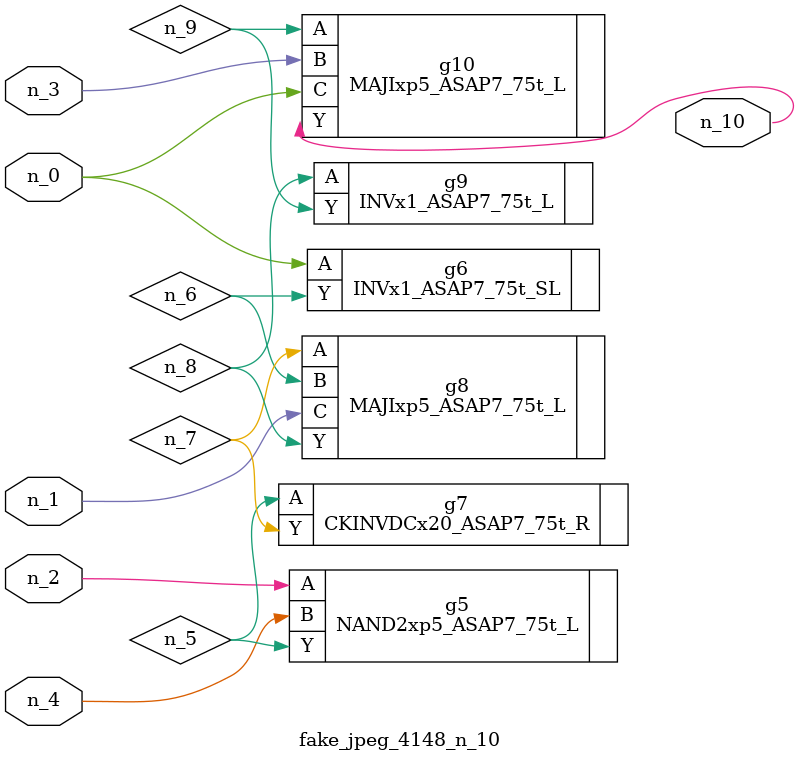
<source format=v>
module fake_jpeg_4148_n_10 (n_3, n_2, n_1, n_0, n_4, n_10);

input n_3;
input n_2;
input n_1;
input n_0;
input n_4;

output n_10;

wire n_8;
wire n_9;
wire n_6;
wire n_5;
wire n_7;

NAND2xp5_ASAP7_75t_L g5 ( 
.A(n_2),
.B(n_4),
.Y(n_5)
);

INVx1_ASAP7_75t_SL g6 ( 
.A(n_0),
.Y(n_6)
);

CKINVDCx20_ASAP7_75t_R g7 ( 
.A(n_5),
.Y(n_7)
);

MAJIxp5_ASAP7_75t_L g8 ( 
.A(n_7),
.B(n_6),
.C(n_1),
.Y(n_8)
);

INVx1_ASAP7_75t_L g9 ( 
.A(n_8),
.Y(n_9)
);

MAJIxp5_ASAP7_75t_L g10 ( 
.A(n_9),
.B(n_3),
.C(n_0),
.Y(n_10)
);


endmodule
</source>
